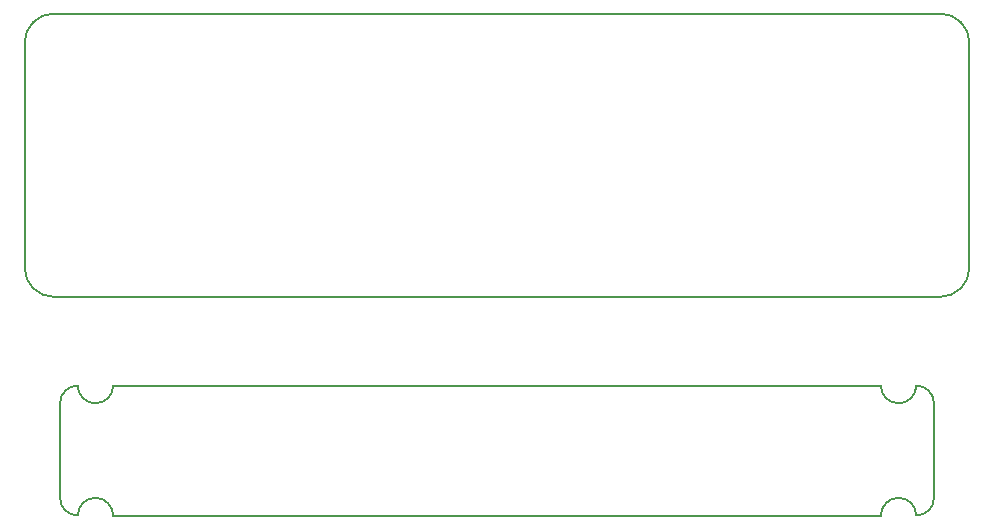
<source format=gbr>
G04 #@! TF.FileFunction,Profile,NP*
%FSLAX46Y46*%
G04 Gerber Fmt 4.6, Leading zero omitted, Abs format (unit mm)*
G04 Created by KiCad (PCBNEW 0.201503050816+5478~22~ubuntu14.10.1-product) date Thursday 12 March 2015 09:39:27 PM IST*
%MOMM*%
G01*
G04 APERTURE LIST*
%ADD10C,0.100000*%
%ADD11C,0.150000*%
G04 APERTURE END LIST*
D10*
D11*
X73500000Y-69500000D02*
X74500000Y-69500000D01*
X73500000Y-62000000D02*
X74500000Y-62000000D01*
X74500000Y-69500000D02*
X106500000Y-69500000D01*
X73500000Y-69500000D02*
X41500000Y-69500000D01*
X111000000Y-79000000D02*
X111000000Y-71000000D01*
X41500000Y-80500000D02*
X106500000Y-80500000D01*
X37000000Y-71000000D02*
X37000000Y-79000000D01*
X109500000Y-80500000D02*
G75*
G03X111000000Y-79000000I0J1500000D01*
G01*
X111000000Y-71000000D02*
G75*
G03X109500000Y-69500000I-1500000J0D01*
G01*
X37000000Y-79000000D02*
G75*
G03X38500000Y-80500000I1500000J0D01*
G01*
X38500000Y-69500000D02*
G75*
G03X37000000Y-71000000I0J-1500000D01*
G01*
X109500000Y-80500000D02*
G75*
G03X108000000Y-79000000I-1500000J0D01*
G01*
X108000000Y-79000000D02*
G75*
G03X106500000Y-80500000I0J-1500000D01*
G01*
X108000000Y-71000000D02*
G75*
G03X109500000Y-69500000I0J1500000D01*
G01*
X106500000Y-69500000D02*
G75*
G03X108000000Y-71000000I1500000J0D01*
G01*
X41500000Y-80500000D02*
G75*
G03X40000000Y-79000000I-1500000J0D01*
G01*
X40000000Y-79000000D02*
G75*
G03X38500000Y-80500000I0J-1500000D01*
G01*
X38500000Y-69500000D02*
G75*
G03X40000000Y-71000000I1500000J0D01*
G01*
X40000000Y-71000000D02*
G75*
G03X41500000Y-69500000I0J1500000D01*
G01*
X111500000Y-38000000D02*
X36500000Y-38000000D01*
X114000000Y-59500000D02*
X114000000Y-40500000D01*
X74500000Y-62000000D02*
X111500000Y-62000000D01*
X36500000Y-62000000D02*
X73500000Y-62000000D01*
X34000000Y-40500000D02*
X34000000Y-59500000D01*
X36500000Y-38000000D02*
G75*
G03X34000000Y-40500000I0J-2500000D01*
G01*
X34000000Y-59500000D02*
G75*
G03X36500000Y-62000000I2500000J0D01*
G01*
X111500000Y-62000000D02*
G75*
G03X114000000Y-59500000I0J2500000D01*
G01*
X114000000Y-40500000D02*
G75*
G03X111500000Y-38000000I-2500000J0D01*
G01*
M02*

</source>
